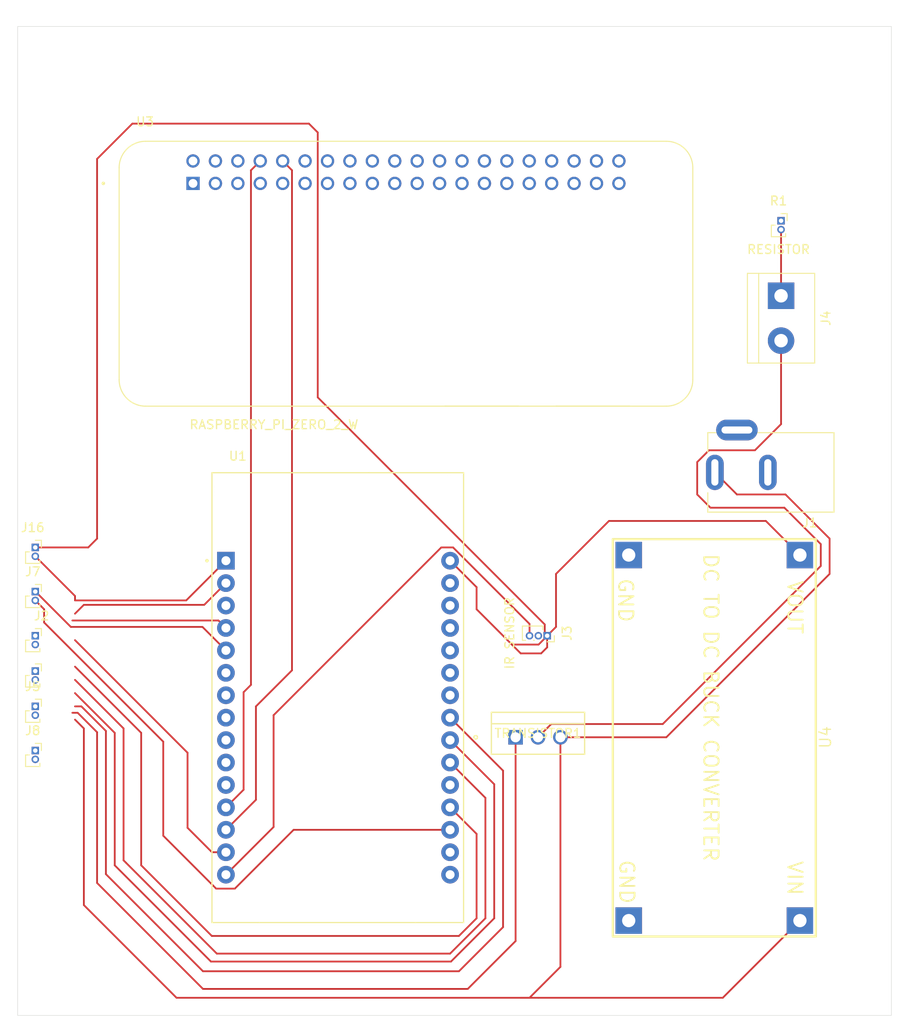
<source format=kicad_pcb>
(kicad_pcb (version 20240108) (generator "pcbnew") (generator_version "8.0")
  (layers (0 "F.Cu" signal) (31 "B.Cu" signal) (34 "B.Paste" user) (35 "F.Paste" user) (36 "B.SilkS" user "B.Silkscreen") (37 "F.SilkS" user "F.Silkscreen") (38 "B.Mask" user) (39 "F.Mask" user) (44 "Edge.Cuts" user))
  (net 0 "")
  (net 1 "GND")
  (net 3 "Net-(J3-Pin_3)")
  (net 14 "Net-(U1-TX0)")
  (net 18 "Net-(U1-RX0)")
  (net 57 "Net-(TRANSISTOR1-G)")
  (net 59 "Net-(J4-Pin_1)")
  (net 60 "Net-(J4-Pin_2)")
  (net 61 "Net-(J7-Pin_1)")
  (net 62 "Net-(J8-Pin_1)")
  (net 63 "Net-(J2-Pin_1)")
  (net 64 "Net-(J6-Pin_1)")
  (net 65 "Net-(J2-Pin_2)")
  (net 66 "Net-(J16-Pin_1)")
  (net 67 "Net-(J5-Pin_1)")
  (net 68 "Net-(J5-Pin_2)")
  (net 69 "Net-(J6-Pin_2)")
  (net 70 "Net-(J7-Pin_2)")
  (net 71 "Net-(J16-Pin_2)")
  (footprint "Connector_PinSocket_1.00mm:PinSocket_1x02_P1.00mm_Vertical" (layer "F.Cu") (at 23 81)
    (property "Reference" "J7" (at -0.29 -2.25 360) (layer "F.SilkS"))
    (property "Value" "Conn_01x02_Socket" (hide yes))
    (fp_line (start -1.1 0.5) (end -1.1 1.81) (stroke (width 0.12)) (layer "F.SilkS"))
    (fp_line (start -1.1 0.5) (end -0.685 0.5) (stroke (width 0.12)) (layer "F.SilkS"))
    (fp_line (start -1.1 1.81) (end 0.52 1.81) (stroke (width 0.12)) (layer "F.SilkS"))
    (fp_line (start 0 -0.81) (end 0.685 -0.81) (stroke (width 0.12)) (layer "F.SilkS"))
    (fp_line (start 0.52 1.445898) (end 0.52 1.81) (stroke (width 0.12)) (layer "F.SilkS"))
    (fp_line (start 0.685 -0.81) (end 0.685 0) (stroke (width 0.12)) (layer "F.SilkS"))
    (pad "1" thru_hole rect (at 0 0) (size 0.85 0.85) (drill 0.5) (layers "*.Cu" "*.Mask") (net 61 "Net-(J7-Pin_1)"))
    (pad "2" thru_hole oval (at 0 1) (size 0.85 0.85) (drill 0.5) (layers "*.Cu" "*.Mask") (net 70 "Net-(J7-Pin_2)"))
  )
  (footprint "footprints:SOT78_TO220_NXP" (layer "F.Cu") (at 77.42 97.5)
    (property "Reference" "TRANSISTOR1" (at 2.54 -0.4521 0) (layer "F.SilkS"))
    (property "Value" "IRFZ44N_127")
    (fp_line (start -2.7432 -2.827) (end -2.7432 1.9228) (stroke (width 0.1524)) (layer "F.SilkS"))
    (fp_line (start -2.7432 1.9228) (end 7.8232 1.9228) (stroke (width 0.1524)) (layer "F.SilkS"))
    (fp_line (start -2.6162 -1.5316) (end 7.6962 -1.5316) (stroke (width 0.1524)) (layer "F.SilkS"))
    (fp_line (start 7.8232 -2.827) (end -2.7432 -2.827) (stroke (width 0.1524)) (layer "F.SilkS"))
    (fp_line (start 7.8232 1.9228) (end 7.8232 -2.827) (stroke (width 0.1524)) (layer "F.SilkS"))
    (fp_circle (center -4.5212 0) (end -4.318 0) (stroke (width 0.1524)) (fill none) (layer "F.SilkS"))
    (pad "1" thru_hole rect (at 0 0) (size 1.651 1.651) (drill 1.143) (layers "*.Cu" "*.Mask") (net 57 "Net-(TRANSISTOR1-G)"))
    (pad "2" thru_hole circle (at 2.54 0) (size 1.651 1.651) (drill 1.143) (layers "*.Cu" "*.Mask") (net 60 "Net-(J4-Pin_2)"))
    (pad "3" thru_hole circle (at 5.08 0) (size 1.651 1.651) (drill 1.143) (layers "*.Cu" "*.Mask") (net 62 "Net-(J8-Pin_1)"))
  )
  (footprint "raspberry_kicad:MODULE_RASPBERRY_PI_ZERO_2_W" (layer "F.Cu") (at 65 45)
    (property "Reference" "U3" (at -29.569 -17.2162 0) (layer "F.SilkS") (effects (font (size 1.00189 1.00189))))
    (property "Value" "RASPBERRY_PI_ZERO_2_W" (at -14.96006 17.091045 0) (layer "F.SilkS") (effects (font (size 1.000559 1.000559))))
    (fp_line (start -32.5 -12) (end -32.5 12) (stroke (width 0.127)) (layer "F.SilkS"))
    (fp_line (start -29.5 15) (end 29.5 15) (stroke (width 0.127)) (layer "F.SilkS"))
    (fp_line (start 4.4 15) (end 12.75 15) (stroke (width 0.127)) (layer "F.SilkS"))
    (fp_line (start 17 15) (end 25.35 15) (stroke (width 0.127)) (layer "F.SilkS"))
    (fp_line (start 29.5 -15) (end -29.5 -15) (stroke (width 0.127)) (layer "F.SilkS"))
    (fp_line (start 32.5 12) (end 32.5 -12) (stroke (width 0.127)) (layer "F.SilkS"))
    (fp_arc (start -32.5 -12) (mid -31.62132 -14.12132) (end -29.5 -15) (stroke (width 0.127)) (layer "F.SilkS"))
    (fp_arc (start -29.5 15) (mid -31.62132 14.12132) (end -32.5 12) (stroke (width 0.127)) (layer "F.SilkS"))
    (fp_arc (start 29.5 -15) (mid 31.62132 -14.12132) (end 32.5 -12) (stroke (width 0.127)) (layer "F.SilkS"))
    (fp_arc (start 32.5 12) (mid 31.62132 14.12132) (end 29.5 15) (stroke (width 0.127)) (layer "F.SilkS"))
    (fp_circle (center -34.29 -10.23) (end -34.19 -10.23) (stroke (width 0.2)) (fill none) (layer "F.SilkS"))
    (pad "" np_thru_hole circle (at -29 -11.5) (size 2.75 2.75) (drill 2.75) (layers "*.Cu" "*.Mask"))
    (pad "" np_thru_hole circle (at -29 11.5) (size 2.75 2.75) (drill 2.75) (layers "*.Cu" "*.Mask"))
    (pad "" np_thru_hole circle (at 29 -11.5) (size 2.75 2.75) (drill 2.75) (layers "*.Cu" "*.Mask"))
    (pad "" np_thru_hole circle (at 29 11.5) (size 2.75 2.75) (drill 2.75) (layers "*.Cu" "*.Mask"))
    (pad "1" thru_hole rect (at -24.13 -10.23) (size 1.508 1.508) (drill 1) (layers "*.Cu" "*.Mask"))
    (pad "2" thru_hole circle (at -24.13 -12.77) (size 1.508 1.508) (drill 1) (layers "*.Cu" "*.Mask"))
    (pad "3" thru_hole circle (at -21.59 -10.23) (size 1.508 1.508) (drill 1) (layers "*.Cu" "*.Mask"))
    (pad "4" thru_hole circle (at -21.59 -12.77) (size 1.508 1.508) (drill 1) (layers "*.Cu" "*.Mask"))
    (pad "5" thru_hole circle (at -19.05 -10.23) (size 1.508 1.508) (drill 1) (layers "*.Cu" "*.Mask"))
    (pad "6" thru_hole circle (at -19.05 -12.77) (size 1.508 1.508) (drill 1) (layers "*.Cu" "*.Mask"))
    (pad "7" thru_hole circle (at -16.51 -10.23) (size 1.508 1.508) (drill 1) (layers "*.Cu" "*.Mask"))
    (pad "8" thru_hole circle (at -16.51 -12.77) (size 1.508 1.508) (drill 1) (layers "*.Cu" "*.Mask") (net 18 "Net-(U1-RX0)"))
    (pad "9" thru_hole circle (at -13.97 -10.23) (size 1.508 1.508) (drill 1) (layers "*.Cu" "*.Mask"))
    (pad "10" thru_hole circle (at -13.97 -12.77) (size 1.508 1.508) (drill 1) (layers "*.Cu" "*.Mask") (net 14 "Net-(U1-TX0)"))
    (pad "11" thru_hole circle (at -11.43 -10.23) (size 1.508 1.508) (drill 1) (layers "*.Cu" "*.Mask"))
    (pad "12" thru_hole circle (at -11.43 -12.77) (size 1.508 1.508) (drill 1) (layers "*.Cu" "*.Mask"))
    (pad "13" thru_hole circle (at -8.89 -10.23) (size 1.508 1.508) (drill 1) (layers "*.Cu" "*.Mask"))
    (pad "14" thru_hole circle (at -8.89 -12.77) (size 1.508 1.508) (drill 1) (layers "*.Cu" "*.Mask"))
    (pad "15" thru_hole circle (at -6.35 -10.23) (size 1.508 1.508) (drill 1) (layers "*.Cu" "*.Mask"))
    (pad "16" thru_hole circle (at -6.35 -12.77) (size 1.508 1.508) (drill 1) (layers "*.Cu" "*.Mask"))
    (pad "17" thru_hole circle (at -3.81 -10.23) (size 1.508 1.508) (drill 1) (layers "*.Cu" "*.Mask"))
    (pad "18" thru_hole circle (at -3.81 -12.77) (size 1.508 1.508) (drill 1) (layers "*.Cu" "*.Mask"))
    (pad "19" thru_hole circle (at -1.27 -10.23) (size 1.508 1.508) (drill 1) (layers "*.Cu" "*.Mask"))
    (pad "20" thru_hole circle (at -1.27 -12.77) (size 1.508 1.508) (drill 1) (layers "*.Cu" "*.Mask"))
    (pad "21" thru_hole circle (at 1.27 -10.23) (size 1.508 1.508) (drill 1) (layers "*.Cu" "*.Mask"))
    (pad "22" thru_hole circle (at 1.27 -12.77) (size 1.508 1.508) (drill 1) (layers "*.Cu" "*.Mask"))
    (pad "23" thru_hole circle (at 3.81 -10.23) (size 1.508 1.508) (drill 1) (layers "*.Cu" "*.Mask"))
    (pad "24" thru_hole circle (at 3.81 -12.77) (size 1.508 1.508) (drill 1) (layers "*.Cu" "*.Mask"))
    (pad "25" thru_hole circle (at 6.35 -10.23) (size 1.508 1.508) (drill 1) (layers "*.Cu" "*.Mask"))
    (pad "26" thru_hole circle (at 6.35 -12.77) (size 1.508 1.508) (drill 1) (layers "*.Cu" "*.Mask"))
    (pad "27" thru_hole circle (at 8.89 -10.23) (size 1.508 1.508) (drill 1) (layers "*.Cu" "*.Mask"))
    (pad "28" thru_hole circle (at 8.89 -12.77) (size 1.508 1.508) (drill 1) (layers "*.Cu" "*.Mask"))
    (pad "29" thru_hole circle (at 11.43 -10.23) (size 1.508 1.508) (drill 1) (layers "*.Cu" "*.Mask"))
    (pad "30" thru_hole circle (at 11.43 -12.77) (size 1.508 1.508) (drill 1) (layers "*.Cu" "*.Mask"))
    (pad "31" thru_hole circle (at 13.97 -10.23) (size 1.508 1.508) (drill 1) (layers "*.Cu" "*.Mask"))
    (pad "32" thru_hole circle (at 13.97 -12.77) (size 1.508 1.508) (drill 1) (layers "*.Cu" "*.Mask"))
    (pad "33" thru_hole circle (at 16.51 -10.23) (size 1.508 1.508) (drill 1) (layers "*.Cu" "*.Mask"))
    (pad "34" thru_hole circle (at 16.51 -12.77) (size 1.508 1.508) (drill 1) (layers "*.Cu" "*.Mask"))
    (pad "35" thru_hole circle (at 19.05 -10.23) (size 1.508 1.508) (drill 1) (layers "*.Cu" "*.Mask"))
    (pad "36" thru_hole circle (at 19.05 -12.77) (size 1.508 1.508) (drill 1) (layers "*.Cu" "*.Mask"))
    (pad "37" thru_hole circle (at 21.59 -10.23) (size 1.508 1.508) (drill 1) (layers "*.Cu" "*.Mask"))
    (pad "38" thru_hole circle (at 21.59 -12.77) (size 1.508 1.508) (drill 1) (layers "*.Cu" "*.Mask"))
    (pad "39" thru_hole circle (at 24.13 -10.23) (size 1.508 1.508) (drill 1) (layers "*.Cu" "*.Mask") (net 1 "GND"))
    (pad "40" thru_hole circle (at 24.13 -12.77) (size 1.508 1.508) (drill 1) (layers "*.Cu" "*.Mask"))
  )
  (footprint "esp32_found:MODULE_ESP32_DEVKIT_V1" (layer "F.Cu") (at 57.3 93.015)
    (property "Reference" "U1" (at -11.355 -27.36 0) (layer "F.SilkS"))
    (property "Value" "ESP32-DEVKIT-V1")
    (fp_line (start -14.28 -25.475) (end -3.211 -25.475) (stroke (width 0.127)) (layer "F.SilkS"))
    (fp_line (start -14.28 -25.475) (end 14.23 -25.475) (stroke (width 0.127)) (layer "F.SilkS"))
    (fp_line (start -14.28 25.475) (end -14.28 -25.475) (stroke (width 0.127)) (layer "F.SilkS"))
    (fp_line (start -14.28 25.475) (end -14.28 -25.475) (stroke (width 0.127)) (layer "F.SilkS"))
    (fp_line (start -14.28 25.475) (end -8.91 25.475) (stroke (width 0.127)) (layer "F.SilkS"))
    (fp_line (start -8.91 25.475) (end 8.78 25.475) (stroke (width 0.127)) (layer "F.SilkS"))
    (fp_line (start -3.211 -25.475) (end 3.5 -25.475) (stroke (width 0.127)) (layer "F.SilkS"))
    (fp_line (start 3.5 -25.475) (end 14.23 -25.475) (stroke (width 0.127)) (layer "F.SilkS"))
    (fp_line (start 8.78 25.475) (end 14.23 25.475) (stroke (width 0.127)) (layer "F.SilkS"))
    (fp_line (start 14.23 -25.475) (end 14.23 25.475) (stroke (width 0.127)) (layer "F.SilkS"))
    (fp_line (start 14.23 -25.475) (end 14.23 25.475) (stroke (width 0.127)) (layer "F.SilkS"))
    (fp_line (start 14.23 25.475) (end -14.28 25.475) (stroke (width 0.127)) (layer "F.SilkS"))
    (fp_circle (center -14.85 -15.515) (end -14.75 -15.515) (stroke (width 0.2)) (fill none) (layer "F.SilkS"))
    (pad "" np_thru_hole circle (at -12.28 -23.475) (size 3 3) (drill 3) (layers "*.Cu" "*.Mask"))
    (pad "" np_thru_hole circle (at -12.28 23.475) (size 3 3) (drill 3) (layers "*.Cu" "*.Mask"))
    (pad "" np_thru_hole circle (at 12.23 -23.475) (size 3 3) (drill 3) (layers "*.Cu" "*.Mask"))
    (pad "" np_thru_hole circle (at 12.23 23.475) (size 3 3) (drill 3) (layers "*.Cu" "*.Mask"))
    (pad "1" thru_hole rect (at -12.7 -15.515) (size 2 2) (drill 1.02) (layers "*.Cu" "*.Mask") (net 71 "Net-(J16-Pin_2)"))
    (pad "2" thru_hole circle (at -12.7 -12.975) (size 2 2) (drill 1.02) (layers "*.Cu" "*.Mask") (net 64 "Net-(J6-Pin_1)"))
    (pad "3" thru_hole circle (at -12.7 -10.435) (size 2 2) (drill 1.02) (layers "*.Cu" "*.Mask"))
    (pad "4" thru_hole circle (at -12.7 -7.895) (size 2 2) (drill 1.02) (layers "*.Cu" "*.Mask") (net 57 "Net-(TRANSISTOR1-G)"))
    (pad "5" thru_hole circle (at -12.7 -5.355) (size 2 2) (drill 1.02) (layers "*.Cu" "*.Mask") (net 61 "Net-(J7-Pin_1)"))
    (pad "6" thru_hole circle (at -12.7 -2.815) (size 2 2) (drill 1.02) (layers "*.Cu" "*.Mask"))
    (pad "7" thru_hole circle (at -12.7 -0.275) (size 2 2) (drill 1.02) (layers "*.Cu" "*.Mask"))
    (pad "8" thru_hole circle (at -12.7 2.265) (size 2 2) (drill 1.02) (layers "*.Cu" "*.Mask"))
    (pad "9" thru_hole circle (at -12.7 4.805) (size 2 2) (drill 1.02) (layers "*.Cu" "*.Mask"))
    (pad "10" thru_hole circle (at -12.7 7.345) (size 2 2) (drill 1.02) (layers "*.Cu" "*.Mask"))
    (pad "11" thru_hole circle (at -12.7 9.885) (size 2 2) (drill 1.02) (layers "*.Cu" "*.Mask"))
    (pad "12" thru_hole circle (at -12.7 12.425) (size 2 2) (drill 1.02) (layers "*.Cu" "*.Mask") (net 18 "Net-(U1-RX0)"))
    (pad "13" thru_hole circle (at -12.7 14.965) (size 2 2) (drill 1.02) (layers "*.Cu" "*.Mask") (net 14 "Net-(U1-TX0)"))
    (pad "14" thru_hole circle (at -12.7 17.505) (size 2 2) (drill 1.02) (layers "*.Cu" "*.Mask") (net 63 "Net-(J2-Pin_1)"))
    (pad "15" thru_hole circle (at -12.7 20.045) (size 2 2) (drill 1.02) (layers "*.Cu" "*.Mask") (net 3 "Net-(J3-Pin_3)"))
    (pad "16" thru_hole circle (at 12.7 20.045) (size 2 2) (drill 1.02) (layers "*.Cu" "*.Mask"))
    (pad "17" thru_hole circle (at 12.7 17.505) (size 2 2) (drill 1.02) (layers "*.Cu" "*.Mask"))
    (pad "18" thru_hole circle (at 12.7 14.965) (size 2 2) (drill 1.02) (layers "*.Cu" "*.Mask") (net 70 "Net-(J7-Pin_2)"))
    (pad "19" thru_hole circle (at 12.7 12.425) (size 2 2) (drill 1.02) (layers "*.Cu" "*.Mask") (net 69 "Net-(J6-Pin_2)"))
    (pad "20" thru_hole circle (at 12.7 9.885) (size 2 2) (drill 1.02) (layers "*.Cu" "*.Mask"))
    (pad "21" thru_hole circle (at 12.7 7.345) (size 2 2) (drill 1.02) (layers "*.Cu" "*.Mask") (net 67 "Net-(J5-Pin_1)"))
    (pad "22" thru_hole circle (at 12.7 4.805) (size 2 2) (drill 1.02) (layers "*.Cu" "*.Mask") (net 68 "Net-(J5-Pin_2)"))
    (pad "23" thru_hole circle (at 12.7 2.265) (size 2 2) (drill 1.02) (layers "*.Cu" "*.Mask") (net 65 "Net-(J2-Pin_2)"))
    (pad "24" thru_hole circle (at 12.7 -0.275) (size 2 2) (drill 1.02) (layers "*.Cu" "*.Mask"))
    (pad "25" thru_hole circle (at 12.7 -2.815) (size 2 2) (drill 1.02) (layers "*.Cu" "*.Mask"))
    (pad "26" thru_hole circle (at 12.7 -5.355) (size 2 2) (drill 1.02) (layers "*.Cu" "*.Mask"))
    (pad "27" thru_hole circle (at 12.7 -7.895) (size 2 2) (drill 1.02) (layers "*.Cu" "*.Mask"))
    (pad "28" thru_hole circle (at 12.7 -10.435) (size 2 2) (drill 1.02) (layers "*.Cu" "*.Mask"))
    (pad "29" thru_hole circle (at 12.7 -12.975) (size 2 2) (drill 1.02) (layers "*.Cu" "*.Mask") (net 1 "GND"))
    (pad "30" thru_hole circle (at 12.7 -15.515) (size 2 2) (drill 1.02) (layers "*.Cu" "*.Mask") (net 66 "Net-(J16-Pin_1)"))
  )
  (footprint "Connector_PinSocket_1.00mm:PinSocket_1x02_P1.00mm_Vertical" (layer "F.Cu") (at 23 76)
    (property "Reference" "J16" (at -0.29 -2.25 360) (layer "F.SilkS"))
    (property "Value" "Conn_01x02_Socket" (hide yes))
    (fp_line (start -1.1 0.5) (end -1.1 1.81) (stroke (width 0.12)) (layer "F.SilkS"))
    (fp_line (start -1.1 0.5) (end -0.685 0.5) (stroke (width 0.12)) (layer "F.SilkS"))
    (fp_line (start -1.1 1.81) (end 0.52 1.81) (stroke (width 0.12)) (layer "F.SilkS"))
    (fp_line (start 0 -0.81) (end 0.685 -0.81) (stroke (width 0.12)) (layer "F.SilkS"))
    (fp_line (start 0.52 1.445898) (end 0.52 1.81) (stroke (width 0.12)) (layer "F.SilkS"))
    (fp_line (start 0.685 -0.81) (end 0.685 0) (stroke (width 0.12)) (layer "F.SilkS"))
    (pad "1" thru_hole rect (at 0 0) (size 0.85 0.85) (drill 0.5) (layers "*.Cu" "*.Mask") (net 66 "Net-(J16-Pin_1)"))
    (pad "2" thru_hole oval (at 0 1) (size 0.85 0.85) (drill 0.5) (layers "*.Cu" "*.Mask") (net 71 "Net-(J16-Pin_2)"))
  )
  (footprint "Connector_PinSocket_1.00mm:PinSocket_1x02_P1.00mm_Vertical" (layer "F.Cu") (at 23 99)
    (property "Reference" "J8" (at -0.29 -2.25 360) (layer "F.SilkS"))
    (property "Value" "Conn_01x02_Socket" (hide yes))
    (fp_line (start -1.1 0.5) (end -1.1 1.81) (stroke (width 0.12)) (layer "F.SilkS"))
    (fp_line (start -1.1 0.5) (end -0.685 0.5) (stroke (width 0.12)) (layer "F.SilkS"))
    (fp_line (start -1.1 1.81) (end 0.52 1.81) (stroke (width 0.12)) (layer "F.SilkS"))
    (fp_line (start 0 -0.81) (end 0.685 -0.81) (stroke (width 0.12)) (layer "F.SilkS"))
    (fp_line (start 0.52 1.445898) (end 0.52 1.81) (stroke (width 0.12)) (layer "F.SilkS"))
    (fp_line (start 0.685 -0.81) (end 0.685 0) (stroke (width 0.12)) (layer "F.SilkS"))
    (pad "1" thru_hole rect (at 0 0) (size 0.85 0.85) (drill 0.5) (layers "*.Cu" "*.Mask") (net 62 "Net-(J8-Pin_1)"))
    (pad "2" thru_hole oval (at 0 1) (size 0.85 0.85) (drill 0.5) (layers "*.Cu" "*.Mask") (net 1 "GND"))
  )
  (footprint "Connector_PinSocket_1.00mm:PinSocket_1x03_P1.00mm_Vertical" (layer "F.Cu") (at 81 86 -90)
    (property "Reference" "J3" (at -0.29 -2.25 90) (layer "F.SilkS"))
    (property "Value" "IR SENSOR" (at -0.29 4.25 90) (layer "F.SilkS"))
    (fp_line (start -1.1 2.81) (end 0.52 2.81) (stroke (width 0.12)) (layer "F.SilkS"))
    (fp_line (start 0.52 2.445898) (end 0.52 2.81) (stroke (width 0.12)) (layer "F.SilkS"))
    (fp_line (start 0.52 1.445898) (end 0.52 1.554102) (stroke (width 0.12)) (layer "F.SilkS"))
    (fp_line (start -1.1 0.5) (end -1.1 2.81) (stroke (width 0.12)) (layer "F.SilkS"))
    (fp_line (start -1.1 0.5) (end -0.685 0.5) (stroke (width 0.12)) (layer "F.SilkS"))
    (fp_line (start 0 -0.81) (end 0.685 -0.81) (stroke (width 0.12)) (layer "F.SilkS"))
    (fp_line (start 0.685 -0.81) (end 0.685 0) (stroke (width 0.12)) (layer "F.SilkS"))
    (pad "1" thru_hole rect (at 0 0 270) (size 0.85 0.85) (drill 0.5) (layers "*.Cu" "*.Mask") (net 66 "Net-(J16-Pin_1)"))
    (pad "2" thru_hole oval (at 0 1 270) (size 0.85 0.85) (drill 0.5) (layers "*.Cu" "*.Mask") (net 1 "GND"))
    (pad "3" thru_hole oval (at 0 2 270) (size 0.85 0.85) (drill 0.5) (layers "*.Cu" "*.Mask") (net 3 "Net-(J3-Pin_3)"))
  )
  (footprint "Connector_PinSocket_1.00mm:PinSocket_1x02_P1.00mm_Vertical" (layer "F.Cu") (at 107.5 39)
    (property "Reference" "R1" (at -0.29 -2.25 0) (layer "F.SilkS"))
    (property "Value" "RESISTOR" (at -0.29 3.25 0) (layer "F.SilkS"))
    (fp_line (start -1.1 0.5) (end -1.1 1.81) (stroke (width 0.12)) (layer "F.SilkS"))
    (fp_line (start -1.1 0.5) (end -0.685 0.5) (stroke (width 0.12)) (layer "F.SilkS"))
    (fp_line (start -1.1 1.81) (end 0.52 1.81) (stroke (width 0.12)) (layer "F.SilkS"))
    (fp_line (start 0 -0.81) (end 0.685 -0.81) (stroke (width 0.12)) (layer "F.SilkS"))
    (fp_line (start 0.52 1.445898) (end 0.52 1.81) (stroke (width 0.12)) (layer "F.SilkS"))
    (fp_line (start 0.685 -0.81) (end 0.685 0) (stroke (width 0.12)) (layer "F.SilkS"))
    (pad "1" thru_hole rect (at 0 0) (size 0.85 0.85) (drill 0.5) (layers "*.Cu" "*.Mask") (net 1 "GND"))
    (pad "2" thru_hole oval (at 0 1) (size 0.85 0.85) (drill 0.5) (layers "*.Cu" "*.Mask") (net 59 "Net-(J4-Pin_1)"))
  )
  (footprint "Connector_PinSocket_1.00mm:PinSocket_1x02_P1.00mm_Vertical" (layer "F.Cu") (at 23 90)
    (property "Reference" "J6" (hide yes))
    (property "Value" "Conn_01x02_Socket" (hide yes))
    (fp_line (start -1.1 0.5) (end -1.1 1.81) (stroke (width 0.12)) (layer "F.SilkS"))
    (fp_line (start -1.1 0.5) (end -0.685 0.5) (stroke (width 0.12)) (layer "F.SilkS"))
    (fp_line (start -1.1 1.81) (end 0.52 1.81) (stroke (width 0.12)) (layer "F.SilkS"))
    (fp_line (start 0 -0.81) (end 0.685 -0.81) (stroke (width 0.12)) (layer "F.SilkS"))
    (fp_line (start 0.52 1.445898) (end 0.52 1.81) (stroke (width 0.12)) (layer "F.SilkS"))
    (fp_line (start 0.685 -0.81) (end 0.685 0) (stroke (width 0.12)) (layer "F.SilkS"))
    (pad "1" thru_hole rect (at 0 0) (size 0.85 0.85) (drill 0.5) (layers "*.Cu" "*.Mask") (net 64 "Net-(J6-Pin_1)"))
    (pad "2" thru_hole oval (at 0 1) (size 0.85 0.85) (drill 0.5) (layers "*.Cu" "*.Mask") (net 69 "Net-(J6-Pin_2)"))
  )
  (footprint "Connector_PinSocket_1.00mm:PinSocket_1x02_P1.00mm_Vertical" (layer "F.Cu") (at 23 94)
    (property "Reference" "J5" (at -0.29 -2.25 360) (layer "F.SilkS"))
    (property "Value" "Conn_01x02_Socket" (hide yes))
    (fp_line (start -1.1 0.5) (end -1.1 1.81) (stroke (width 0.12)) (layer "F.SilkS"))
    (fp_line (start -1.1 0.5) (end -0.685 0.5) (stroke (width 0.12)) (layer "F.SilkS"))
    (fp_line (start -1.1 1.81) (end 0.52 1.81) (stroke (width 0.12)) (layer "F.SilkS"))
    (fp_line (start 0 -0.81) (end 0.685 -0.81) (stroke (width 0.12)) (layer "F.SilkS"))
    (fp_line (start 0.52 1.445898) (end 0.52 1.81) (stroke (width 0.12)) (layer "F.SilkS"))
    (fp_line (start 0.685 -0.81) (end 0.685 0) (stroke (width 0.12)) (layer "F.SilkS"))
    (pad "1" thru_hole rect (at 0 0) (size 0.85 0.85) (drill 0.5) (layers "*.Cu" "*.Mask") (net 67 "Net-(J5-Pin_1)"))
    (pad "2" thru_hole oval (at 0 1) (size 0.85 0.85) (drill 0.5) (layers "*.Cu" "*.Mask") (net 68 "Net-(J5-Pin_2)"))
  )
  (footprint "screw_term:TerminalBlock_bornier-2_P5.08mm" (layer "F.Cu") (at 107.5 47.5 -90)
    (property "Reference" "J4" (at 2.54 -5.08 90) (layer "F.SilkS"))
    (property "Value" "Screw_Terminal_01x02")
    (fp_line (start -2.54 3.81) (end 7.62 3.81) (stroke (width 0.12)) (layer "F.SilkS"))
    (fp_line (start 7.62 3.81) (end 7.62 -3.81) (stroke (width 0.12)) (layer "F.SilkS"))
    (fp_line (start 7.62 2.54) (end -2.54 2.54) (stroke (width 0.12)) (layer "F.SilkS"))
    (fp_line (start -2.54 -3.81) (end -2.54 3.81) (stroke (width 0.12)) (layer "F.SilkS"))
    (fp_line (start 7.62 -3.81) (end -2.54 -3.81) (stroke (width 0.12)) (layer "F.SilkS"))
    (pad "1" thru_hole rect (at 0 0 270) (size 3 3) (drill 1.52) (layers "*.Cu" "*.Mask") (net 59 "Net-(J4-Pin_1)"))
    (pad "2" thru_hole circle (at 5.08 0 270) (size 3 3) (drill 1.52) (layers "*.Cu" "*.Mask") (net 60 "Net-(J4-Pin_2)"))
  )
  (footprint "Connector_PinSocket_1.00mm:PinSocket_1x02_P1.00mm_Vertical" (layer "F.Cu") (at 23 86)
    (property "Reference" "J2" (at 0.71 -2.25 360) (layer "F.SilkS"))
    (property "Value" "Conn_01x02_Socket" (hide yes))
    (fp_line (start -1.1 0.5) (end -1.1 1.81) (stroke (width 0.12)) (layer "F.SilkS"))
    (fp_line (start -1.1 0.5) (end -0.685 0.5) (stroke (width 0.12)) (layer "F.SilkS"))
    (fp_line (start -1.1 1.81) (end 0.52 1.81) (stroke (width 0.12)) (layer "F.SilkS"))
    (fp_line (start 0 -0.81) (end 0.685 -0.81) (stroke (width 0.12)) (layer "F.SilkS"))
    (fp_line (start 0.52 1.445898) (end 0.52 1.81) (stroke (width 0.12)) (layer "F.SilkS"))
    (fp_line (start 0.685 -0.81) (end 0.685 0) (stroke (width 0.12)) (layer "F.SilkS"))
    (pad "1" thru_hole rect (at 0 0) (size 0.85 0.85) (drill 0.5) (layers "*.Cu" "*.Mask") (net 63 "Net-(J2-Pin_1)"))
    (pad "2" thru_hole oval (at 0 1) (size 0.85 0.85) (drill 0.5) (layers "*.Cu" "*.Mask") (net 65 "Net-(J2-Pin_2)"))
  )
  (footprint "buck_new:LM2596 DC TO DC BUCK CONVERTER FOOTPRINT" (layer "F.Cu") (at 111.4385 75.06155 -90)
    (property "Reference" "U4" (at 22.43845 -1.085 90) (layer "F.SilkS") (effects (font (size 1.27 1.27))))
    (property "Value" "BUCK CONVERTOR")
    (fp_rect (start 0 0) (end 44.9999 23) (stroke (width 0.254)) (fill none) (layer "F.SilkS"))
    (fp_text user "GND" (at 4.318 20.5994 -90) (layer "F.SilkS") (effects (font (size 1.6256 1.6256) (thickness 0.2032)) (justify left top)))
    (fp_text user "DC TO DC BUCK CONVERTER" (at 1.524 10.9474 -90) (layer "F.SilkS") (effects (font (size 1.6256 1.6256) (thickness 0.2032)) (justify left top)))
    (fp_text user "GND" (at 36.195 20.4724 -90) (layer "F.SilkS") (effects (font (size 1.6256 1.6256) (thickness 0.2032)) (justify left top)))
    (fp_text user "VIN" (at 36.322 1.4224 -90) (layer "F.SilkS") (effects (font (size 1.6256 1.6256) (thickness 0.2032)) (justify left top)))
    (fp_text user "VOUT" (at 4.572 1.4224 -90) (layer "F.SilkS") (effects (font (size 1.6256 1.6256) (thickness 0.2032)) (justify left top)))
    (pad "1" thru_hole rect (at 43.2001 1.8001 270) (size 3 3) (drill 1.5) (layers "*.Cu" "*.Mask") (net 62 "Net-(J8-Pin_1)"))
    (pad "2" thru_hole rect (at 43.2001 21.2001 270) (size 3 3) (drill 1.5) (layers "*.Cu" "*.Mask") (net 1 "GND"))
    (pad "3" thru_hole rect (at 1.8001 1.8001 270) (size 3 3) (drill 1.5) (layers "*.Cu" "*.Mask") (net 66 "Net-(J16-Pin_1)"))
    (pad "4" thru_hole rect (at 1.8001 21.2001 270) (size 3 3) (drill 1.5) (layers "*.Cu" "*.Mask") (net 1 "GND"))
  )
  (footprint "dcjack_new:NINIGI_DC-005" (layer "F.Cu") (at 102.5 67.5 180)
    (property "Reference" "J1" (at -8.26 -5.71721 360) (layer "F.SilkS"))
    (property "Value" "Jack-DC")
    (fp_line (start 3.3 4.5) (end 2.4 4.5) (stroke (width 0.127)) (layer "F.SilkS"))
    (fp_line (start 3.3 2.3) (end 3.3 4.5) (stroke (width 0.127)) (layer "F.SilkS"))
    (fp_line (start 3.3 -4.5) (end 3.3 -2.3) (stroke (width 0.127)) (layer "F.SilkS"))
    (fp_line (start -2.4 4.5) (end -11 4.5) (stroke (width 0.127)) (layer "F.SilkS"))
    (fp_line (start -11 4.5) (end -11 -4.5) (stroke (width 0.127)) (layer "F.SilkS"))
    (fp_line (start -11 -4.5) (end 3.3 -4.5) (stroke (width 0.127)) (layer "F.SilkS"))
    (pad "1" thru_hole oval (at 2.5 0 180) (size 2 4) (drill oval 0.8 3) (layers "*.Cu" "*.Mask") (net 62 "Net-(J8-Pin_1)"))
    (pad "2" thru_hole oval (at 0 4.8 180) (size 4.7 2.35) (drill oval 3.5 0.8) (layers "*.Cu" "*.Mask") (net 1 "GND"))
    (pad "3" thru_hole oval (at -3.5 0 180) (size 2 4) (drill oval 0.8 3) (layers "*.Cu" "*.Mask"))
  )
  (gr_rect (start 21 17) (end 120 129) (stroke (width 0.05)) (fill none) (layer "Edge.Cuts"))
  (segment (start 50 107.66) (end 44.6 113.06) (width 0.2) (layer "F.Cu") (net 3))
  (segment (start 69 76) (end 50 95) (width 0.2) (layer "F.Cu") (net 3))
  (segment (start 50 95) (end 50 107.66) (width 0.2) (layer "F.Cu") (net 3))
  (segment (start 79 86) (end 79 84.661522) (width 0.2) (layer "F.Cu") (net 3))
  (segment (start 79 84.661522) (end 70.338478 76) (width 0.2) (layer "F.Cu") (net 3))
  (segment (start 70.338478 76) (end 69 76) (width 0.2) (layer "F.Cu") (net 3))
  (segment (start 51.03 32.23) (end 52.084 33.284) (width 0.2) (layer "F.Cu") (net 14))
  (segment (start 48 94) (end 48 104.58) (width 0.2) (layer "F.Cu") (net 14))
  (segment (start 52.084 33.284) (end 52.084 89.916) (width 0.2) (layer "F.Cu") (net 14))
  (segment (start 52.084 89.916) (end 48 94) (width 0.2) (layer "F.Cu") (net 14))
  (segment (start 48 104.58) (end 44.6 107.98) (width 0.2) (layer "F.Cu") (net 14))
  (segment (start 47.436 91.564) (end 46.6 92.4) (width 0.2) (layer "F.Cu") (net 18))
  (segment (start 46.6 92.4) (end 46.6 103.44) (width 0.2) (layer "F.Cu") (net 18))
  (segment (start 48.49 32.23) (end 47.436 33.284) (width 0.2) (layer "F.Cu") (net 18))
  (segment (start 47.436 33.284) (end 47.436 91.564) (width 0.2) (layer "F.Cu") (net 18))
  (segment (start 46.6 103.44) (end 44.6 105.44) (width 0.2) (layer "F.Cu") (net 18))
  (segment (start 43.755 84.275) (end 44.6 85.12) (width 0.2) (layer "F.Cu") (net 57))
  (segment (start 77.42 120.58) (end 72 126) (width 0.2) (layer "F.Cu") (net 57))
  (segment (start 30 96.924695) (end 27.800305 94.725) (width 0.2) (layer "F.Cu") (net 57))
  (segment (start 30 114) (end 30 96.924695) (width 0.2) (layer "F.Cu") (net 57))
  (segment (start 72 126) (end 42 126) (width 0.2) (layer "F.Cu") (net 57))
  (segment (start 42 126) (end 30 114) (width 0.2) (layer "F.Cu") (net 57))
  (segment (start 77.42 97.5) (end 77.42 120.58) (width 0.2) (layer "F.Cu") (net 57))
  (segment (start 27.800305 94.725) (end 27.199695 94.725) (width 0.2) (layer "F.Cu") (net 57))
  (segment (start 27.199695 84.275) (end 43.755 84.275) (width 0.2) (layer "F.Cu") (net 57))
  (segment (start 107.5 47.5) (end 107.5 40) (width 0.2) (layer "F.Cu") (net 59))
  (segment (start 81.46 96) (end 79.96 97.5) (width 0.2) (layer "F.Cu") (net 60))
  (segment (start 104.534314 65) (end 99.330761 65) (width 0.2) (layer "F.Cu") (net 60))
  (segment (start 112 75.62325) (end 112 78.10005) (width 0.2) (layer "F.Cu") (net 60))
  (segment (start 99.5 71.5) (end 107.87675 71.5) (width 0.2) (layer "F.Cu") (net 60))
  (segment (start 99.330761 65) (end 98 66.330761) (width 0.2) (layer "F.Cu") (net 60))
  (segment (start 98 66.330761) (end 98 70) (width 0.2) (layer "F.Cu") (net 60))
  (segment (start 94.10005 96) (end 81.46 96) (width 0.2) (layer "F.Cu") (net 60))
  (segment (start 107.5 62.034314) (end 104.534314 65) (width 0.2) (layer "F.Cu") (net 60))
  (segment (start 112 78.10005) (end 94.10005 96) (width 0.2) (layer "F.Cu") (net 60))
  (segment (start 98 70) (end 99.5 71.5) (width 0.2) (layer "F.Cu") (net 60))
  (segment (start 107.5 52.58) (end 107.5 62.034314) (width 0.2) (layer "F.Cu") (net 60))
  (segment (start 107.87675 71.5) (end 112 75.62325) (width 0.2) (layer "F.Cu") (net 60))
  (segment (start 23.025305 81) (end 27.025305 85) (width 0.2) (layer "F.Cu") (net 61))
  (segment (start 41.94 85) (end 44.6 87.66) (width 0.2) (layer "F.Cu") (net 61))
  (segment (start 23 81) (end 23.025305 81) (width 0.2) (layer "F.Cu") (net 61))
  (segment (start 27.025305 85) (end 41.94 85) (width 0.2) (layer "F.Cu") (net 61))
  (segment (start 100.90005 127) (end 109.6384 118.26165) (width 0.2) (layer "F.Cu") (net 62))
  (segment (start 80 127) (end 100.90005 127) (width 0.2) (layer "F.Cu") (net 62))
  (segment (start 28.5 96.5) (end 28.5 116.5) (width 0.2) (layer "F.Cu") (net 62))
  (segment (start 82.5 97.5) (end 82.5 123.5) (width 0.2) (layer "F.Cu") (net 62))
  (segment (start 27.5 95.5) (end 28.5 96.5) (width 0.2) (layer "F.Cu") (net 62))
  (segment (start 39 127) (end 78 127) (width 0.2) (layer "F.Cu") (net 62))
  (segment (start 82.5 97.5) (end 94.5 97.5) (width 0.2) (layer "F.Cu") (net 62))
  (segment (start 102.5 70) (end 100 67.5) (width 0.2) (layer "F.Cu") (net 62))
  (segment (start 108 70) (end 102.5 70) (width 0.2) (layer "F.Cu") (net 62))
  (segment (start 28.5 116.5) (end 39 127) (width 0.2) (layer "F.Cu") (net 62))
  (segment (start 78 127) (end 80 127) (width 0.2) (layer "F.Cu") (net 62))
  (segment (start 82.5 123.5) (end 79 127) (width 0.2) (layer "F.Cu") (net 62))
  (segment (start 113 75) (end 108 70) (width 0.2) (layer "F.Cu") (net 62))
  (segment (start 79 127) (end 78 127) (width 0.2) (layer "F.Cu") (net 62))
  (segment (start 94.5 97.5) (end 113 79) (width 0.2) (layer "F.Cu") (net 62))
  (segment (start 113 79) (end 113 75) (width 0.2) (layer "F.Cu") (net 62))
  (segment (start 27.5 86.5) (end 40.25 99.25) (width 0.2) (layer "F.Cu") (net 63))
  (segment (start 40.25 99.25) (end 40.25 107.75) (width 0.2) (layer "F.Cu") (net 63))
  (segment (start 44.6 110.52) (end 43.02 110.52) (width 0.2) (layer "F.Cu") (net 63))
  (segment (start 43.02 110.52) (end 40.25 107.75) (width 0.2) (layer "F.Cu") (net 63))
  (segment (start 28.5 82.5) (end 42.14 82.5) (width 0.2) (layer "F.Cu") (net 64))
  (segment (start 44.6 80.04) (end 42.14 82.5) (width 0.2) (layer "F.Cu") (net 64))
  (segment (start 27.5 83.5) (end 28.5 82.5) (width 0.2) (layer "F.Cu") (net 64))
  (segment (start 31 96.782843) (end 31 113) (width 0.2) (layer "F.Cu") (net 65))
  (segment (start 76 119) (end 76 101.28) (width 0.2) (layer "F.Cu") (net 65))
  (segment (start 42 124) (end 71 124) (width 0.2) (layer "F.Cu") (net 65))
  (segment (start 31 113) (end 42 124) (width 0.2) (layer "F.Cu") (net 65))
  (segment (start 71 124) (end 76 119) (width 0.2) (layer "F.Cu") (net 65))
  (segment (start 76 101.28) (end 70 95.28) (width 0.2) (layer "F.Cu") (net 65))
  (segment (start 28.217157 94) (end 31 96.782843) (width 0.2) (layer "F.Cu") (net 65))
  (segment (start 27.5 94) (end 28.217157 94) (width 0.2) (layer "F.Cu") (net 65))
  (segment (start 30 32) (end 34 28) (width 0.2) (layer "F.Cu") (net 66))
  (segment (start 78 88) (end 77 87) (width 0.2) (layer "F.Cu") (net 66))
  (segment (start 30 75) (end 30 32) (width 0.2) (layer "F.Cu") (net 66))
  (segment (start 88 73) (end 105.77675 73) (width 0.2) (layer "F.Cu") (net 66))
  (segment (start 55 29) (end 55 59) (width 0.2) (layer "F.Cu") (net 66))
  (segment (start 77 87) (end 73 83) (width 0.2) (layer "F.Cu") (net 66))
  (segment (start 81 87.3125) (end 80.3125 88) (width 0.2) (layer "F.Cu") (net 66))
  (segment (start 73 83) (end 73 80.5) (width 0.2) (layer "F.Cu") (net 66))
  (segment (start 80.3125 88) (end 78 88) (width 0.2) (layer "F.Cu") (net 66))
  (segment (start 34 28) (end 54 28) (width 0.2) (layer "F.Cu") (net 66))
  (segment (start 29 76) (end 30 75) (width 0.2) (layer "F.Cu") (net 66))
  (segment (start 55 59) (end 80.725 84.725) (width 0.2) (layer "F.Cu") (net 66))
  (segment (start 81 86) (end 82 85) (width 0.2) (layer "F.Cu") (net 66))
  (segment (start 54 28) (end 55 29) (width 0.2) (layer "F.Cu") (net 66))
  (segment (start 81 86) (end 81 87.3125) (width 0.2) (layer "F.Cu") (net 66))
  (segment (start 80.025305 87) (end 77 87) (width 0.2) (layer "F.Cu") (net 66))
  (segment (start 82 79) (end 88 73) (width 0.2) (layer "F.Cu") (net 66))
  (segment (start 80.725 84.725) (end 80.725 86.300305) (width 0.2) (layer "F.Cu") (net 66))
  (segment (start 82 85) (end 82 79) (width 0.2) (layer "F.Cu") (net 66))
  (segment (start 73 80.5) (end 70 77.5) (width 0.2) (layer "F.Cu") (net 66))
  (segment (start 23 76) (end 29 76) (width 0.2) (layer "F.Cu") (net 66))
  (segment (start 105.77675 73) (end 109.6384 76.86165) (width 0.2) (layer "F.Cu") (net 66))
  (segment (start 80.725 86.300305) (end 80.025305 87) (width 0.2) (layer "F.Cu") (net 66))
  (segment (start 27.5 91) (end 33 96.5) (width 0.2) (layer "F.Cu") (net 67))
  (segment (start 74 104.36) (end 74 118) (width 0.2) (layer "F.Cu") (net 67))
  (segment (start 74 118) (end 70 122) (width 0.2) (layer "F.Cu") (net 67))
  (segment (start 33 111.434314) (end 33.282843 111.717157) (width 0.2) (layer "F.Cu") (net 67))
  (segment (start 70 100.36) (end 74 104.36) (width 0.2) (layer "F.Cu") (net 67))
  (segment (start 33 96.5) (end 33 111.434314) (width 0.2) (layer "F.Cu") (net 67))
  (segment (start 70 122) (end 43.565686 122) (width 0.2) (layer "F.Cu") (net 67))
  (segment (start 43.565686 122) (end 33.282843 111.717157) (width 0.2) (layer "F.Cu") (net 67))
  (segment (start 75 118) (end 75 102.82) (width 0.2) (layer "F.Cu") (net 68))
  (segment (start 70.1 122.9) (end 75 118) (width 0.2) (layer "F.Cu") (net 68))
  (segment (start 75 102.82) (end 70 97.82) (width 0.2) (layer "F.Cu") (net 68))
  (segment (start 32 97) (end 32 112) (width 0.2) (layer "F.Cu") (net 68))
  (segment (start 42.9 122.9) (end 70.1 122.9) (width 0.2) (layer "F.Cu") (net 68))
  (segment (start 27.5 92.5) (end 32 97) (width 0.2) (layer "F.Cu") (net 68))
  (segment (start 32 112) (end 42.9 122.9) (width 0.2) (layer "F.Cu") (net 68))
  (segment (start 35 97) (end 35 112) (width 0.2) (layer "F.Cu") (net 69))
  (segment (start 73 108.44) (end 73 118) (width 0.2) (layer "F.Cu") (net 69))
  (segment (start 73 118) (end 71 120) (width 0.2) (layer "F.Cu") (net 69))
  (segment (start 27.5 89.5) (end 35 97) (width 0.2) (layer "F.Cu") (net 69))
  (segment (start 71 120) (end 43 120) (width 0.2) (layer "F.Cu") (net 69))
  (segment (start 43 120) (end 35 112) (width 0.2) (layer "F.Cu") (net 69))
  (segment (start 70 105.44) (end 73 108.44) (width 0.2) (layer "F.Cu") (net 69))
  (segment (start 37.5 108.649239) (end 43.490761 114.64) (width 0.2) (layer "F.Cu") (net 70))
  (segment (start 45.608578 114.64) (end 52.268578 107.98) (width 0.2) (layer "F.Cu") (net 70))
  (segment (start 24 84.5) (end 37.5 98) (width 0.2) (layer "F.Cu") (net 70))
  (segment (start 23 82) (end 24 83) (width 0.2) (layer "F.Cu") (net 70))
  (segment (start 37.5 98) (end 37.5 108.649239) (width 0.2) (layer "F.Cu") (net 70))
  (segment (start 24 83) (end 24 84.5) (width 0.2) (layer "F.Cu") (net 70))
  (segment (start 43.490761 114.64) (end 45.608578 114.64) (width 0.2) (layer "F.Cu") (net 70))
  (segment (start 52.268578 107.98) (end 70 107.98) (width 0.2) (layer "F.Cu") (net 70))
  (segment (start 40.1 82) (end 44.6 77.5) (width 0.2) (layer "F.Cu") (net 71))
  (segment (start 27.5 81.5) (end 27.5 82) (width 0.2) (layer "F.Cu") (net 71))
  (segment (start 23 77) (end 27.5 81.5) (width 0.2) (layer "F.Cu") (net 71))
  (segment (start 27.5 82) (end 40.1 82) (width 0.2) (layer "F.Cu") (net 71))
)
</source>
